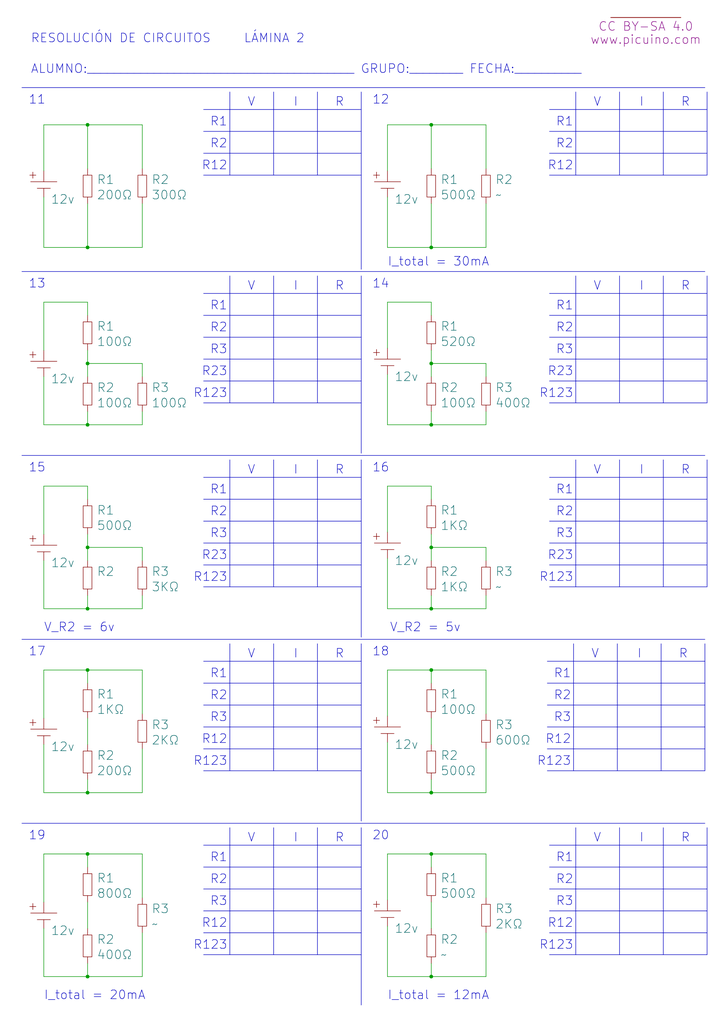
<source format=kicad_sch>
(kicad_sch (version 20230121) (generator eeschema)
  (paper "A4" portrait)
  (title_block (title "Circuitos eléctricos. Composición de resistencias en serie y paralelo") (date "8/05/2021") (company "www.picuino.com") (comment 1 "Copyright (c) 2021 by Carlos Pardo") (comment 2 "License CC BY-SA 4.0"))
  (lib_symbols
    (symbol "electric-resolver-circuitos-rescue:CopyRight-simbolos" (pin_names (offset 1.016))
      (property "License" "CC BY-SA 4.0" (at -1.27 -1.27 0))
      (property "Web" "www.picuino.com" (at 0 -1.27 0))
      (symbol "CopyRight-simbolos_0_1"
        (polyline (pts (xy -10.16 0) (xy 10.16 0)) (stroke (width 0.2032)))
      )
    )
    (symbol "electric-resolver-circuitos-rescue:Pila-simbolos" (pin_names (offset 1.016))
      (property "Reference" "V" (at 5.08 -4.445 0))
      (symbol "Pila-simbolos_0_1"
        (polyline (pts (xy -4.064 -1.27) (xy -2.286 -1.27)))
        (polyline (pts (xy -3.81 -3.175) (xy 3.81 -3.175)))
        (polyline (pts (xy -3.175 -0.381) (xy -3.175 -2.159)))
        (polyline (pts (xy -1.905 -5.08) (xy 1.905 -5.08)))
      )
      (symbol "Pila-simbolos_1_1"
        (pin input line (at 0 -7.62 90) (length 2.54) (name "") (number ""))
        (pin input line (at 0 0 270) (length 3.175) (name "") (number ""))
      )
    )
    (symbol "electric-resolver-circuitos-rescue:resistencia-simbolos" (pin_names (offset 1.016))
      (property "Reference" "R" (at 1.905 -5.08 0))
      (symbol "resistencia-simbolos_0_1"
        (rectangle (start -1.27 -1.905) (end 1.27 -8.255))
      )
      (symbol "resistencia-simbolos_1_1"
        (pin input line (at 0 -10.16 90) (length 1.905) (name "") (number ""))
        (pin input line (at 0 0 270) (length 1.905) (name "") (number ""))
      )
    )
  )
  (junction (at 25.4 176.53))
  (junction (at 125.095 176.53))
  (junction (at 125.095 71.755))
  (junction (at 25.4 71.755))
  (junction (at 25.4 105.41))
  (junction (at 125.095 105.41))
  (junction (at 125.095 247.65))
  (junction (at 25.4 283.21))
  (junction (at 125.095 194.31))
  (junction (at 25.4 229.87))
  (junction (at 25.4 194.31))
  (junction (at 125.095 123.19))
  (junction (at 125.095 158.75))
  (junction (at 25.4 36.195))
  (junction (at 125.095 283.21))
  (junction (at 25.4 158.75))
  (junction (at 25.4 247.65))
  (junction (at 125.095 229.87))
  (junction (at 25.4 123.19))
  (junction (at 125.095 36.195))
  (polyline (pts (xy 159.385 257.81) (xy 205.105 257.81)))
  (polyline (pts (xy 79.375 217.17) (xy 79.375 223.52)))
  (wire (pts (xy 125.095 283.21) (xy 140.97 283.21)))
  (wire (pts (xy 25.4 140.97) (xy 25.4 144.78)))
  (wire (pts (xy 125.095 123.19) (xy 140.97 123.19)))
  (polyline (pts (xy 205.105 133.35) (xy 205.105 157.48)))
  (wire (pts (xy 41.275 36.195) (xy 25.4 36.195)))
  (wire (pts (xy 140.97 247.65) (xy 125.095 247.65)))
  (polyline (pts (xy 59.055 217.17) (xy 104.775 217.17)))
  (wire (pts (xy 125.095 140.97) (xy 112.395 140.97)))
  (polyline (pts (xy 167.005 133.35) (xy 167.005 157.48)))
  (polyline (pts (xy 59.055 264.16) (xy 104.775 264.16)))
  (polyline (pts (xy 205.105 240.03) (xy 205.105 264.16)))
  (polyline (pts (xy 191.77 210.82) (xy 191.77 217.17)))
  (wire (pts (xy 125.095 36.195) (xy 112.395 36.195)))
  (polyline (pts (xy 166.37 210.82) (xy 166.37 217.17)))
  (wire (pts (xy 25.4 208.28) (xy 25.4 215.9)))
  (polyline (pts (xy 59.055 198.12) (xy 104.775 198.12)))
  (polyline (pts (xy 191.77 186.69) (xy 191.77 210.82)))
  (polyline (pts (xy 92.075 264.16) (xy 92.075 270.51)))
  (wire (pts (xy 12.7 269.24) (xy 12.7 283.21)))
  (polyline (pts (xy 92.075 80.01) (xy 92.075 104.14)))
  (wire (pts (xy 25.4 247.65) (xy 41.275 247.65)))
  (wire (pts (xy 25.4 87.63) (xy 12.7 87.63)))
  (wire (pts (xy 125.095 59.055) (xy 125.095 71.755)))
  (polyline (pts (xy 59.055 50.8) (xy 104.775 50.8)))
  (wire (pts (xy 12.7 162.56) (xy 12.7 176.53)))
  (wire (pts (xy 12.7 194.31) (xy 12.7 208.28)))
  (polyline (pts (xy 205.105 157.48) (xy 205.105 170.18)))
  (wire (pts (xy 112.395 194.31) (xy 112.395 207.645)))
  (polyline (pts (xy 192.405 163.83) (xy 192.405 170.18)))
  (polyline (pts (xy 159.385 270.51) (xy 205.105 270.51)))
  (polyline (pts (xy 104.775 104.14) (xy 104.775 131.445)))
  (polyline (pts (xy 158.75 198.12) (xy 204.47 198.12)))
  (polyline (pts (xy 158.75 191.77) (xy 204.47 191.77)))
  (polyline (pts (xy 159.385 104.14) (xy 205.105 104.14)))
  (polyline (pts (xy 159.385 245.11) (xy 205.105 245.11)))
  (wire (pts (xy 41.275 59.055) (xy 41.275 71.755)))
  (polyline (pts (xy 92.075 110.49) (xy 92.075 116.84)))
  (wire (pts (xy 41.275 194.31) (xy 41.275 207.01)))
  (polyline (pts (xy 167.005 26.67) (xy 167.005 50.8)))
  (polyline (pts (xy 59.055 204.47) (xy 104.775 204.47)))
  (wire (pts (xy 112.395 283.21) (xy 125.095 283.21)))
  (wire (pts (xy 25.4 194.31) (xy 25.4 198.12)))
  (polyline (pts (xy 104.775 50.8) (xy 104.775 78.105)))
  (polyline (pts (xy 158.75 210.82) (xy 204.47 210.82)))
  (polyline (pts (xy 159.385 276.86) (xy 205.105 276.86)))
  (wire (pts (xy 112.395 57.15) (xy 112.395 71.755)))
  (wire (pts (xy 140.97 217.17) (xy 140.97 229.87)))
  (wire (pts (xy 25.4 247.65) (xy 25.4 251.46)))
  (polyline (pts (xy 59.055 157.48) (xy 104.775 157.48)))
  (wire (pts (xy 25.4 59.055) (xy 25.4 71.755)))
  (wire (pts (xy 112.395 87.63) (xy 112.395 100.965)))
  (polyline (pts (xy 6.35 25.4) (xy 204.47 25.4)))
  (wire (pts (xy 112.395 71.755) (xy 125.095 71.755)))
  (wire (pts (xy 112.395 161.925) (xy 112.395 176.53)))
  (polyline (pts (xy 59.055 44.45) (xy 104.775 44.45)))
  (polyline (pts (xy 79.375 210.82) (xy 79.375 217.17)))
  (wire (pts (xy 41.275 36.195) (xy 41.275 48.895)))
  (polyline (pts (xy 79.375 26.67) (xy 79.375 50.8)))
  (polyline (pts (xy 59.055 144.78) (xy 104.775 144.78)))
  (polyline (pts (xy 66.675 104.14) (xy 66.675 110.49)))
  (polyline (pts (xy 191.77 217.17) (xy 191.77 223.52)))
  (polyline (pts (xy 179.705 133.35) (xy 179.705 157.48)))
  (wire (pts (xy 112.395 215.265) (xy 112.395 229.87)))
  (polyline (pts (xy 59.055 31.75) (xy 104.775 31.75)))
  (wire (pts (xy 12.7 176.53) (xy 25.4 176.53)))
  (polyline (pts (xy 159.385 251.46) (xy 205.105 251.46)))
  (polyline (pts (xy 192.405 26.67) (xy 192.405 50.8)))
  (polyline (pts (xy 6.35 132.08) (xy 204.47 132.08)))
  (wire (pts (xy 25.4 36.195) (xy 25.4 48.895)))
  (wire (pts (xy 41.275 247.65) (xy 41.275 260.35)))
  (polyline (pts (xy 179.705 264.16) (xy 179.705 270.51)))
  (polyline (pts (xy 59.055 276.86) (xy 104.775 276.86)))
  (polyline (pts (xy 59.055 163.83) (xy 104.775 163.83)))
  (wire (pts (xy 125.095 226.06) (xy 125.095 229.87)))
  (wire (pts (xy 25.4 172.72) (xy 25.4 176.53)))
  (wire (pts (xy 25.4 261.62) (xy 25.4 269.24)))
  (polyline (pts (xy 158.75 217.17) (xy 204.47 217.17)))
  (wire (pts (xy 41.275 119.38) (xy 41.275 123.19)))
  (polyline (pts (xy 66.675 210.82) (xy 66.675 217.17)))
  (wire (pts (xy 25.4 101.6) (xy 25.4 105.41)))
  (polyline (pts (xy 205.105 264.16) (xy 205.105 276.86)))
  (polyline (pts (xy 66.675 186.69) (xy 66.675 210.82)))
  (polyline (pts (xy 179.705 240.03) (xy 179.705 264.16)))
  (polyline (pts (xy 167.005 270.51) (xy 167.005 276.86)))
  (polyline (pts (xy 59.055 104.14) (xy 104.775 104.14)))
  (wire (pts (xy 112.395 247.65) (xy 112.395 260.985)))
  (wire (pts (xy 140.97 194.31) (xy 140.97 207.01)))
  (wire (pts (xy 125.095 154.94) (xy 125.095 158.75)))
  (polyline (pts (xy 159.385 264.16) (xy 205.105 264.16)))
  (polyline (pts (xy 159.385 170.18) (xy 205.105 170.18)))
  (wire (pts (xy 125.095 229.87) (xy 140.97 229.87)))
  (polyline (pts (xy 59.055 91.44) (xy 104.775 91.44)))
  (wire (pts (xy 41.275 217.17) (xy 41.275 229.87)))
  (wire (pts (xy 112.395 108.585) (xy 112.395 123.19)))
  (wire (pts (xy 25.4 154.94) (xy 25.4 158.75)))
  (polyline (pts (xy 159.385 97.79) (xy 205.105 97.79)))
  (polyline (pts (xy 179.705 80.01) (xy 179.705 104.14)))
  (wire (pts (xy 112.395 123.19) (xy 125.095 123.19)))
  (wire (pts (xy 140.97 158.75) (xy 140.97 162.56)))
  (wire (pts (xy 25.4 123.19) (xy 41.275 123.19)))
  (wire (pts (xy 12.7 194.31) (xy 25.4 194.31)))
  (polyline (pts (xy 167.005 104.14) (xy 167.005 110.49)))
  (wire (pts (xy 12.7 229.87) (xy 25.4 229.87)))
  (wire (pts (xy 125.095 36.195) (xy 125.095 48.895)))
  (polyline (pts (xy 59.055 110.49) (xy 104.775 110.49)))
  (polyline (pts (xy 6.35 238.76) (xy 204.47 238.76)))
  (wire (pts (xy 12.7 109.22) (xy 12.7 123.19)))
  (polyline (pts (xy 159.385 151.13) (xy 205.105 151.13)))
  (polyline (pts (xy 59.055 38.1) (xy 104.775 38.1)))
  (polyline (pts (xy 92.075 210.82) (xy 92.075 217.17)))
  (polyline (pts (xy 79.375 186.69) (xy 79.375 210.82)))
  (wire (pts (xy 41.275 270.51) (xy 41.275 283.21)))
  (wire (pts (xy 140.97 36.195) (xy 125.095 36.195)))
  (polyline (pts (xy 66.675 133.35) (xy 66.675 157.48)))
  (polyline (pts (xy 179.07 217.17) (xy 179.07 223.52)))
  (wire (pts (xy 41.275 71.755) (xy 25.4 71.755)))
  (polyline (pts (xy 167.005 163.83) (xy 167.005 170.18)))
  (wire (pts (xy 12.7 283.21) (xy 25.4 283.21)))
  (wire (pts (xy 25.4 119.38) (xy 25.4 123.19)))
  (polyline (pts (xy 159.385 138.43) (xy 205.105 138.43)))
  (wire (pts (xy 12.7 87.63) (xy 12.7 101.6)))
  (wire (pts (xy 41.275 105.41) (xy 41.275 109.22)))
  (polyline (pts (xy 79.375 110.49) (xy 79.375 116.84)))
  (polyline (pts (xy 79.375 133.35) (xy 79.375 157.48)))
  (polyline (pts (xy 59.055 191.77) (xy 104.775 191.77)))
  (polyline (pts (xy 192.405 270.51) (xy 192.405 276.86)))
  (polyline (pts (xy 59.055 257.81) (xy 104.775 257.81)))
  (wire (pts (xy 125.095 119.38) (xy 125.095 123.19)))
  (polyline (pts (xy 59.055 270.51) (xy 104.775 270.51)))
  (wire (pts (xy 112.395 176.53) (xy 125.095 176.53)))
  (polyline (pts (xy 59.055 170.18) (xy 104.775 170.18)))
  (polyline (pts (xy 104.775 80.01) (xy 104.775 104.14)))
  (polyline (pts (xy 192.405 133.35) (xy 192.405 157.48)))
  (polyline (pts (xy 179.705 270.51) (xy 179.705 276.86)))
  (polyline (pts (xy 92.075 270.51) (xy 92.075 276.86)))
  (polyline (pts (xy 159.385 85.09) (xy 205.105 85.09)))
  (polyline (pts (xy 192.405 110.49) (xy 192.405 116.84)))
  (wire (pts (xy 140.97 105.41) (xy 140.97 109.22)))
  (polyline (pts (xy 192.405 157.48) (xy 192.405 163.83)))
  (polyline (pts (xy 66.675 217.17) (xy 66.675 223.52)))
  (wire (pts (xy 125.095 162.56) (xy 125.095 158.75)))
  (wire (pts (xy 12.7 247.65) (xy 25.4 247.65)))
  (polyline (pts (xy 167.005 80.01) (xy 167.005 104.14)))
  (polyline (pts (xy 204.47 210.82) (xy 204.47 223.52)))
  (polyline (pts (xy 104.775 157.48) (xy 104.775 184.785)))
  (polyline (pts (xy 66.675 270.51) (xy 66.675 276.86)))
  (polyline (pts (xy 59.055 210.82) (xy 104.775 210.82)))
  (polyline (pts (xy 159.385 144.78) (xy 205.105 144.78)))
  (wire (pts (xy 140.97 36.195) (xy 140.97 48.895)))
  (wire (pts (xy 25.4 140.97) (xy 12.7 140.97)))
  (wire (pts (xy 12.7 57.15) (xy 12.7 71.755)))
  (polyline (pts (xy 179.07 186.69) (xy 179.07 210.82)))
  (wire (pts (xy 140.97 270.51) (xy 140.97 283.21)))
  (polyline (pts (xy 59.055 85.09) (xy 104.775 85.09)))
  (polyline (pts (xy 66.675 264.16) (xy 66.675 270.51)))
  (polyline (pts (xy 179.705 163.83) (xy 179.705 170.18)))
  (wire (pts (xy 12.7 247.65) (xy 12.7 261.62)))
  (wire (pts (xy 41.275 172.72) (xy 41.275 176.53)))
  (wire (pts (xy 25.4 36.195) (xy 12.7 36.195)))
  (polyline (pts (xy 104.775 133.35) (xy 104.775 157.48)))
  (polyline (pts (xy 66.675 80.01) (xy 66.675 104.14)))
  (polyline (pts (xy 192.405 104.14) (xy 192.405 110.49)))
  (wire (pts (xy 140.97 71.755) (xy 125.095 71.755)))
  (polyline (pts (xy 59.055 116.84) (xy 104.775 116.84)))
  (wire (pts (xy 125.095 247.65) (xy 112.395 247.65)))
  (wire (pts (xy 25.4 279.4) (xy 25.4 283.21)))
  (polyline (pts (xy 59.055 151.13) (xy 104.775 151.13)))
  (polyline (pts (xy 59.055 223.52) (xy 104.775 223.52)))
  (wire (pts (xy 125.095 105.41) (xy 140.97 105.41)))
  (wire (pts (xy 125.095 194.31) (xy 125.095 198.12)))
  (polyline (pts (xy 159.385 157.48) (xy 205.105 157.48)))
  (wire (pts (xy 140.97 59.055) (xy 140.97 71.755)))
  (wire (pts (xy 125.095 101.6) (xy 125.095 105.41)))
  (polyline (pts (xy 104.775 264.16) (xy 104.775 291.465)))
  (wire (pts (xy 12.7 123.19) (xy 25.4 123.19)))
  (polyline (pts (xy 159.385 91.44) (xy 205.105 91.44)))
  (wire (pts (xy 125.095 87.63) (xy 125.095 91.44)))
  (wire (pts (xy 25.4 105.41) (xy 41.275 105.41)))
  (polyline (pts (xy 166.37 186.69) (xy 166.37 210.82)))
  (polyline (pts (xy 92.075 240.03) (xy 92.075 264.16)))
  (polyline (pts (xy 66.675 26.67) (xy 66.675 50.8)))
  (wire (pts (xy 112.395 268.605) (xy 112.395 283.21)))
  (wire (pts (xy 125.095 176.53) (xy 140.97 176.53)))
  (polyline (pts (xy 79.375 264.16) (xy 79.375 270.51)))
  (polyline (pts (xy 6.35 185.42) (xy 204.47 185.42)))
  (polyline (pts (xy 179.07 210.82) (xy 179.07 217.17)))
  (wire (pts (xy 125.095 261.62) (xy 125.095 269.24)))
  (wire (pts (xy 12.7 71.755) (xy 25.4 71.755)))
  (wire (pts (xy 112.395 229.87) (xy 125.095 229.87)))
  (wire (pts (xy 125.095 87.63) (xy 112.395 87.63)))
  (wire (pts (xy 125.095 158.75) (xy 140.97 158.75)))
  (polyline (pts (xy 159.385 44.45) (xy 205.105 44.45)))
  (wire (pts (xy 140.97 194.31) (xy 125.095 194.31)))
  (polyline (pts (xy 66.675 163.83) (xy 66.675 170.18)))
  (polyline (pts (xy 79.375 104.14) (xy 79.375 110.49)))
  (wire (pts (xy 25.4 109.22) (xy 25.4 105.41)))
  (wire (pts (xy 25.4 176.53) (xy 41.275 176.53)))
  (wire (pts (xy 25.4 226.06) (xy 25.4 229.87)))
  (wire (pts (xy 125.095 140.97) (xy 125.095 144.78)))
  (polyline (pts (xy 92.075 104.14) (xy 92.075 110.49)))
  (polyline (pts (xy 167.005 240.03) (xy 167.005 264.16)))
  (polyline (pts (xy 167.005 264.16) (xy 167.005 270.51)))
  (polyline (pts (xy 66.675 157.48) (xy 66.675 163.83)))
  (polyline (pts (xy 92.075 133.35) (xy 92.075 157.48)))
  (polyline (pts (xy 92.075 26.67) (xy 92.075 50.8)))
  (polyline (pts (xy 205.105 26.67) (xy 205.105 50.8)))
  (polyline (pts (xy 159.385 31.75) (xy 205.105 31.75)))
  (polyline (pts (xy 192.405 264.16) (xy 192.405 270.51)))
  (polyline (pts (xy 92.075 157.48) (xy 92.075 163.83)))
  (polyline (pts (xy 158.75 223.52) (xy 204.47 223.52)))
  (polyline (pts (xy 179.705 26.67) (xy 179.705 50.8)))
  (wire (pts (xy 25.4 158.75) (xy 41.275 158.75)))
  (wire (pts (xy 25.4 162.56) (xy 25.4 158.75)))
  (polyline (pts (xy 79.375 270.51) (xy 79.375 276.86)))
  (polyline (pts (xy 159.385 110.49) (xy 205.105 110.49)))
  (wire (pts (xy 112.395 36.195) (xy 112.395 49.53)))
  (wire (pts (xy 140.97 119.38) (xy 140.97 123.19)))
  (polyline (pts (xy 204.47 186.69) (xy 204.47 210.82)))
  (polyline (pts (xy 59.055 245.11) (xy 104.775 245.11)))
  (wire (pts (xy 12.7 140.97) (xy 12.7 154.94)))
  (wire (pts (xy 140.97 172.72) (xy 140.97 176.53)))
  (wire (pts (xy 12.7 36.195) (xy 12.7 49.53)))
  (polyline (pts (xy 159.385 163.83) (xy 205.105 163.83)))
  (polyline (pts (xy 59.055 97.79) (xy 104.775 97.79)))
  (polyline (pts (xy 92.075 217.17) (xy 92.075 223.52)))
  (polyline (pts (xy 192.405 240.03) (xy 192.405 264.16)))
  (wire (pts (xy 125.095 208.28) (xy 125.095 215.9)))
  (wire (pts (xy 125.095 109.22) (xy 125.095 105.41)))
  (polyline (pts (xy 92.075 163.83) (xy 92.075 170.18)))
  (polyline (pts (xy 167.005 110.49) (xy 167.005 116.84)))
  (polyline (pts (xy 92.075 186.69) (xy 92.075 210.82)))
  (polyline (pts (xy 66.675 110.49) (xy 66.675 116.84)))
  (polyline (pts (xy 79.375 80.01) (xy 79.375 104.14)))
  (wire (pts (xy 125.095 247.65) (xy 125.095 251.46)))
  (polyline (pts (xy 104.775 240.03) (xy 104.775 264.16)))
  (polyline (pts (xy 179.705 104.14) (xy 179.705 110.49)))
  (wire (pts (xy 125.095 172.72) (xy 125.095 176.53)))
  (wire (pts (xy 25.4 283.21) (xy 41.275 283.21)))
  (wire (pts (xy 125.095 194.31) (xy 112.395 194.31)))
  (wire (pts (xy 125.095 279.4) (xy 125.095 283.21)))
  (polyline (pts (xy 167.005 157.48) (xy 167.005 163.83)))
  (polyline (pts (xy 166.37 217.17) (xy 166.37 223.52)))
  (polyline (pts (xy 79.375 163.83) (xy 79.375 170.18)))
  (polyline (pts (xy 159.385 38.1) (xy 205.105 38.1)))
  (polyline (pts (xy 179.705 157.48) (xy 179.705 163.83)))
  (wire (pts (xy 25.4 194.31) (xy 41.275 194.31)))
  (wire (pts (xy 140.97 247.65) (xy 140.97 260.35)))
  (polyline (pts (xy 6.35 78.74) (xy 204.47 78.74)))
  (polyline (pts (xy 66.675 240.03) (xy 66.675 264.16)))
  (polyline (pts (xy 104.775 26.67) (xy 104.775 50.8)))
  (polyline (pts (xy 179.705 110.49) (xy 179.705 116.84)))
  (polyline (pts (xy 205.105 80.01) (xy 205.105 104.14)))
  (polyline (pts (xy 79.375 240.03) (xy 79.375 264.16)))
  (wire (pts (xy 112.395 140.97) (xy 112.395 154.305)))
  (wire (pts (xy 12.7 215.9) (xy 12.7 229.87)))
  (polyline (pts (xy 79.375 157.48) (xy 79.375 163.83)))
  (polyline (pts (xy 158.75 204.47) (xy 204.47 204.47)))
  (wire (pts (xy 25.4 229.87) (xy 41.275 229.87)))
  (polyline (pts (xy 59.055 138.43) (xy 104.775 138.43)))
  (polyline (pts (xy 205.105 104.14) (xy 205.105 116.84)))
  (wire (pts (xy 41.275 158.75) (xy 41.275 162.56)))
  (polyline (pts (xy 159.385 116.84) (xy 205.105 116.84)))
  (polyline (pts (xy 104.775 210.82) (xy 104.775 238.125)))
  (wire (pts (xy 25.4 87.63) (xy 25.4 91.44)))
  (polyline (pts (xy 104.775 186.69) (xy 104.775 210.82)))
  (polyline (pts (xy 59.055 251.46) (xy 104.775 251.46)))
  (polyline (pts (xy 159.385 50.8) (xy 205.105 50.8)))
  (polyline (pts (xy 192.405 80.01) (xy 192.405 104.14)))
  (text "R1" (at 166.37 90.17 0) (effects (font (size 2.54 2.54)) (justify right bottom)))
  (text "R3" (at 66.04 209.55 0) (effects (font (size 2.54 2.54)) (justify right bottom)))
  (text "R12" (at 165.735 215.9 0) (effects (font (size 2.54 2.54)) (justify right bottom)))
  (text "R3" (at 66.04 102.87 0) (effects (font (size 2.54 2.54)) (justify right bottom)))
  (text "R2" (at 166.37 149.86 0) (effects (font (size 2.54 2.54)) (justify right bottom)))
  (text "RESOLUCIÓN DE CIRCUITOS     LÁMINA 2" (at 8.89 12.7 0) (effects (font (size 2.54 2.54)) (justify left bottom)))
  (text "I" (at 85.09 84.455 0) (effects (font (size 2.54 2.54)) (justify left bottom)))
  (text "11" (at 8.255 30.48 0) (effects (font (size 2.54 2.54)) (justify left bottom)))
  (text "R12" (at 166.37 269.24 0) (effects (font (size 2.54 2.54)) (justify right bottom)))
  (text "V_R2 = 6v" (at 12.7 183.515 0) (effects (font (size 2.54 2.54)) (justify left bottom)))
  (text "V" (at 71.755 31.115 0) (effects (font (size 2.54 2.54)) (justify left bottom)))
  (text "R" (at 197.485 31.115 0) (effects (font (size 2.54 2.54)) (justify left bottom)))
  (text "R" (at 97.155 191.135 0) (effects (font (size 2.54 2.54)) (justify left bottom)))
  (text "R12" (at 166.37 49.53 0) (effects (font (size 2.54 2.54)) (justify right bottom)))
  (text "I" (at 184.785 191.135 0) (effects (font (size 2.54 2.54)) (justify left bottom)))
  (text "R3" (at 66.04 262.89 0) (effects (font (size 2.54 2.54)) (justify right bottom)))
  (text "R" (at 197.485 244.475 0) (effects (font (size 2.54 2.54)) (justify left bottom)))
  (text "R3" (at 166.37 262.89 0) (effects (font (size 2.54 2.54)) (justify right bottom)))
  (text "R1" (at 66.04 196.85 0) (effects (font (size 2.54 2.54)) (justify right bottom)))
  (text "18" (at 107.95 190.5 0) (effects (font (size 2.54 2.54)) (justify left bottom)))
  (text "V" (at 171.45 191.135 0) (effects (font (size 2.54 2.54)) (justify left bottom)))
  (text "R1" (at 166.37 36.83 0) (effects (font (size 2.54 2.54)) (justify right bottom)))
  (text "R23" (at 166.37 109.22 0) (effects (font (size 2.54 2.54)) (justify right bottom)))
  (text "R123" (at 166.37 275.59 0) (effects (font (size 2.54 2.54)) (justify right bottom)))
  (text "R3" (at 166.37 102.87 0) (effects (font (size 2.54 2.54)) (justify right bottom)))
  (text "R2" (at 166.37 96.52 0) (effects (font (size 2.54 2.54)) (justify right bottom)))
  (text "R" (at 196.85 191.135 0) (effects (font (size 2.54 2.54)) (justify left bottom)))
  (text "I_total = 20mA" (at 12.7 290.195 0) (effects (font (size 2.54 2.54)) (justify left bottom)))
  (text "17" (at 8.255 190.5 0) (effects (font (size 2.54 2.54)) (justify left bottom)))
  (text "R123" (at 66.04 275.59 0) (effects (font (size 2.54 2.54)) (justify right bottom)))
  (text "V" (at 71.755 137.795 0) (effects (font (size 2.54 2.54)) (justify left bottom)))
  (text "R" (at 197.485 137.795 0) (effects (font (size 2.54 2.54)) (justify left bottom)))
  (text "R" (at 97.155 137.795 0) (effects (font (size 2.54 2.54)) (justify left bottom)))
  (text "R2" (at 166.37 256.54 0) (effects (font (size 2.54 2.54)) (justify right bottom)))
  (text "16" (at 107.95 137.16 0) (effects (font (size 2.54 2.54)) (justify left bottom)))
  (text "V" (at 172.085 244.475 0) (effects (font (size 2.54 2.54)) (justify left bottom)))
  (text "R3" (at 165.735 209.55 0) (effects (font (size 2.54 2.54)) (justify right bottom)))
  (text "R2" (at 166.37 43.18 0) (effects (font (size 2.54 2.54)) (justify right bottom)))
  (text "R1" (at 166.37 143.51 0) (effects (font (size 2.54 2.54)) (justify right bottom)))
  (text "V_R2 = 5v" (at 113.03 183.515 0) (effects (font (size 2.54 2.54)) (justify left bottom)))
  (text "I" (at 185.42 244.475 0) (effects (font (size 2.54 2.54)) (justify left bottom)))
  (text "R3" (at 66.04 156.21 0) (effects (font (size 2.54 2.54)) (justify right bottom)))
  (text "I" (at 185.42 31.115 0) (effects (font (size 2.54 2.54)) (justify left bottom)))
  (text "R1" (at 66.04 250.19 0) (effects (font (size 2.54 2.54)) (justify right bottom)))
  (text "I" (at 85.09 31.115 0) (effects (font (size 2.54 2.54)) (justify left bottom)))
  (text "I" (at 185.42 84.455 0) (effects (font (size 2.54 2.54)) (justify left bottom)))
  (text "19" (at 8.255 243.84 0) (effects (font (size 2.54 2.54)) (justify left bottom)))
  (text "R123" (at 166.37 168.91 0) (effects (font (size 2.54 2.54)) (justify right bottom)))
  (text "R" (at 97.155 31.115 0) (effects (font (size 2.54 2.54)) (justify left bottom)))
  (text "I" (at 85.09 137.795 0) (effects (font (size 2.54 2.54)) (justify left bottom)))
  (text "I" (at 85.09 191.135 0) (effects (font (size 2.54 2.54)) (justify left bottom)))
  (text "R" (at 97.155 84.455 0) (effects (font (size 2.54 2.54)) (justify left bottom)))
  (text "R23" (at 66.04 109.22 0) (effects (font (size 2.54 2.54)) (justify right bottom)))
  (text "R2" (at 66.04 43.18 0) (effects (font (size 2.54 2.54)) (justify right bottom)))
  (text "I" (at 185.42 137.795 0) (effects (font (size 2.54 2.54)) (justify left bottom)))
  (text "V" (at 172.085 31.115 0) (effects (font (size 2.54 2.54)) (justify left bottom)))
  (text "R2" (at 66.04 256.54 0) (effects (font (size 2.54 2.54)) (justify right bottom)))
  (text "V" (at 71.755 244.475 0) (effects (font (size 2.54 2.54)) (justify left bottom)))
  (text "R2" (at 66.04 149.86 0) (effects (font (size 2.54 2.54)) (justify right bottom)))
  (text "R1" (at 66.04 143.51 0) (effects (font (size 2.54 2.54)) (justify right bottom)))
  (text "R23" (at 166.37 162.56 0) (effects (font (size 2.54 2.54)) (justify right bottom)))
  (text "12" (at 107.95 30.48 0) (effects (font (size 2.54 2.54)) (justify left bottom)))
  (text "R" (at 97.155 244.475 0) (effects (font (size 2.54 2.54)) (justify left bottom)))
  (text "14" (at 107.95 83.82 0) (effects (font (size 2.54 2.54)) (justify left bottom)))
  (text "V" (at 172.085 137.795 0) (effects (font (size 2.54 2.54)) (justify left bottom)))
  (text "R12" (at 66.04 215.9 0) (effects (font (size 2.54 2.54)) (justify right bottom)))
  (text "I" (at 85.09 244.475 0) (effects (font (size 2.54 2.54)) (justify left bottom)))
  (text "I_total = 12mA" (at 112.395 290.195 0) (effects (font (size 2.54 2.54)) (justify left bottom)))
  (text "R123" (at 66.04 168.91 0) (effects (font (size 2.54 2.54)) (justify right bottom)))
  (text "R3" (at 166.37 156.21 0) (effects (font (size 2.54 2.54)) (justify right bottom)))
  (text "R2" (at 66.04 203.2 0) (effects (font (size 2.54 2.54)) (justify right bottom)))
  (text "R123" (at 66.04 115.57 0) (effects (font (size 2.54 2.54)) (justify right bottom)))
  (text "R123" (at 166.37 115.57 0) (effects (font (size 2.54 2.54)) (justify right bottom)))
  (text "R2" (at 165.735 203.2 0) (effects (font (size 2.54 2.54)) (justify right bottom)))
  (text "ALUMNO:________________________________________ GRUPO:________ FECHA:__________" (at 8.89 21.59 0) (effects (font (size 2.54 2.54)) (justify left bottom)))
  (text "V" (at 172.085 84.455 0) (effects (font (size 2.54 2.54)) (justify left bottom)))
  (text "R1" (at 166.37 250.19 0) (effects (font (size 2.54 2.54)) (justify right bottom)))
  (text "R123" (at 66.04 222.25 0) (effects (font (size 2.54 2.54)) (justify right bottom)))
  (text "V" (at 71.755 191.135 0) (effects (font (size 2.54 2.54)) (justify left bottom)))
  (text "R123" (at 165.735 222.25 0) (effects (font (size 2.54 2.54)) (justify right bottom)))
  (text "R2" (at 66.04 96.52 0) (effects (font (size 2.54 2.54)) (justify right bottom)))
  (text "R12" (at 66.04 49.53 0) (effects (font (size 2.54 2.54)) (justify right bottom)))
  (text "13" (at 8.255 83.82 0) (effects (font (size 2.54 2.54)) (justify left bottom)))
  (text "R12" (at 66.04 269.24 0) (effects (font (size 2.54 2.54)) (justify right bottom)))
  (text "20" (at 107.95 243.84 0) (effects (font (size 2.54 2.54)) (justify left bottom)))
  (text "R1" (at 165.735 196.85 0) (effects (font (size 2.54 2.54)) (justify right bottom)))
  (text "R23" (at 66.04 162.56 0) (effects (font (size 2.54 2.54)) (justify right bottom)))
  (text "15" (at 8.255 137.16 0) (effects (font (size 2.54 2.54)) (justify left bottom)))
  (text "V" (at 71.755 84.455 0) (effects (font (size 2.54 2.54)) (justify left bottom)))
  (text "R" (at 197.485 84.455 0) (effects (font (size 2.54 2.54)) (justify left bottom)))
  (text "R1" (at 66.04 90.17 0) (effects (font (size 2.54 2.54)) (justify right bottom)))
  (text "I_total = 30mA" (at 112.395 77.47 0) (effects (font (size 2.54 2.54)) (justify left bottom)))
  (text "R1" (at 66.04 36.83 0) (effects (font (size 2.54 2.54)) (justify right bottom)))
  (symbol (lib_id "electric-resolver-circuitos-rescue:Pila-simbolos") (at 112.395 49.53 0) (unit 1)
    (property "Reference" "V?" (effects hide))
    (property "Value" "12v" (at 114.3 57.785 0) (effects (font (size 2.54 2.54)) (justify left)))
  )
  (symbol (lib_id "electric-resolver-circuitos-rescue:resistencia-simbolos") (at 25.4 251.46 0) (unit 1)
    (property "Reference" "R1" (at 27.94 254.635 0) (effects (font (size 2.54 2.54)) (justify left)))
    (property "Value" "800Ω" (at 27.94 259.08 0) (effects (font (size 2.54 2.54)) (justify left)))
  )
  (symbol (lib_id "electric-resolver-circuitos-rescue:resistencia-simbolos") (at 140.97 260.35 0) (unit 1)
    (property "Reference" "R3" (at 143.51 263.525 0) (effects (font (size 2.54 2.54)) (justify left)))
    (property "Value" "2KΩ" (at 143.51 267.97 0) (effects (font (size 2.54 2.54)) (justify left)))
  )
  (symbol (lib_id "electric-resolver-circuitos-rescue:Pila-simbolos") (at 112.395 154.305 0) (unit 1)
    (property "Reference" "V10" (effects hide))
    (property "Value" "12v" (at 114.3 162.56 0) (effects (font (size 2.54 2.54)) (justify left)))
    (instances (project "electric-resolver-circuitos" (path "" (reference "V10") (unit 1)) (path "" (reference "V?") (unit 1))))
  )
  (symbol (lib_id "electric-resolver-circuitos-rescue:resistencia-simbolos") (at 25.4 198.12 0) (unit 1)
    (property "Reference" "R1" (at 27.94 201.295 0) (effects (font (size 2.54 2.54)) (justify left)))
    (property "Value" "1KΩ" (at 27.94 205.74 0) (effects (font (size 2.54 2.54)) (justify left)))
  )
  (symbol (lib_id "electric-resolver-circuitos-rescue:resistencia-simbolos") (at 125.095 215.9 0) (unit 1)
    (property "Reference" "R2" (at 127.635 219.075 0) (effects (font (size 2.54 2.54)) (justify left)))
    (property "Value" "500Ω" (at 127.635 223.52 0) (effects (font (size 2.54 2.54)) (justify left)))
  )
  (symbol (lib_id "electric-resolver-circuitos-rescue:Pila-simbolos") (at 112.395 207.645 0) (unit 1)
    (property "Reference" "V10" (effects hide))
    (property "Value" "12v" (at 114.3 215.9 0) (effects (font (size 2.54 2.54)) (justify left)))
    (instances (project "electric-resolver-circuitos" (path "" (reference "V10") (unit 1)) (path "" (reference "V?") (unit 1))))
  )
  (symbol (lib_id "electric-resolver-circuitos-rescue:resistencia-simbolos") (at 125.095 48.895 0) (unit 1)
    (property "Reference" "R1" (at 127.635 52.07 0) (effects (font (size 2.54 2.54)) (justify left)))
    (property "Value" "500Ω" (at 127.635 56.515 0) (effects (font (size 2.54 2.54)) (justify left)))
  )
  (symbol (lib_id "electric-resolver-circuitos-rescue:resistencia-simbolos") (at 125.095 251.46 0) (unit 1)
    (property "Reference" "R1" (at 127.635 254.635 0) (effects (font (size 2.54 2.54)) (justify left)))
    (property "Value" "500Ω" (at 127.635 259.08 0) (effects (font (size 2.54 2.54)) (justify left)))
  )
  (symbol (lib_id "electric-resolver-circuitos-rescue:Pila-simbolos") (at 112.395 100.965 0) (unit 1)
    (property "Reference" "V10" (effects hide))
    (property "Value" "12v" (at 114.3 109.22 0) (effects (font (size 2.54 2.54)) (justify left)))
    (instances (project "electric-resolver-circuitos" (path "" (reference "V10") (unit 1)) (path "" (reference "V?") (unit 1))))
  )
  (symbol (lib_id "electric-resolver-circuitos-rescue:Pila-simbolos") (at 12.7 208.28 0) (unit 1)
    (property "Reference" "V9" (effects hide))
    (property "Value" "12v" (at 14.605 216.535 0) (effects (font (size 2.54 2.54)) (justify left)))
    (instances (project "electric-resolver-circuitos" (path "" (reference "V9") (unit 1)) (path "" (reference "V?") (unit 1))))
  )
  (symbol (lib_id "electric-resolver-circuitos-rescue:resistencia-simbolos") (at 25.4 269.24 0) (unit 1)
    (property "Reference" "R2" (at 27.94 272.415 0) (effects (font (size 2.54 2.54)) (justify left)))
    (property "Value" "400Ω" (at 27.94 276.86 0) (effects (font (size 2.54 2.54)) (justify left)))
  )
  (symbol (lib_id "electric-resolver-circuitos-rescue:resistencia-simbolos") (at 140.97 162.56 0) (unit 1)
    (property "Reference" "R3" (at 143.51 165.735 0) (effects (font (size 2.54 2.54)) (justify left)))
    (property "Value" "~" (at 143.51 170.18 0) (effects (font (size 2.54 2.54)) (justify left)))
  )
  (symbol (lib_id "electric-resolver-circuitos-rescue:Pila-simbolos") (at 12.7 261.62 0) (unit 1)
    (property "Reference" "V9" (effects hide))
    (property "Value" "12v" (at 14.605 269.875 0) (effects (font (size 2.54 2.54)) (justify left)))
    (instances (project "electric-resolver-circuitos" (path "" (reference "V9") (unit 1)) (path "" (reference "V?") (unit 1))))
  )
  (symbol (lib_id "electric-resolver-circuitos-rescue:resistencia-simbolos") (at 25.4 215.9 0) (unit 1)
    (property "Reference" "R2" (at 27.94 219.075 0) (effects (font (size 2.54 2.54)) (justify left)))
    (property "Value" "200Ω" (at 27.94 223.52 0) (effects (font (size 2.54 2.54)) (justify left)))
  )
  (symbol (lib_id "electric-resolver-circuitos-rescue:resistencia-simbolos") (at 125.095 198.12 0) (unit 1)
    (property "Reference" "R1" (at 127.635 201.295 0) (effects (font (size 2.54 2.54)) (justify left)))
    (property "Value" "100Ω" (at 127.635 205.74 0) (effects (font (size 2.54 2.54)) (justify left)))
  )
  (symbol (lib_id "electric-resolver-circuitos-rescue:CopyRight-simbolos") (at 187.325 5.08 0) (unit 1)
    (property "Reference" "CP?" (effects hide))
    (property "Value" "CopyRight" (effects hide))
    (property "License" "CC BY-SA 4.0" (at 187.325 7.62 0) (effects (font (size 2.54 2.54))))
    (property "Web" "www.picuino.com" (at 187.325 11.43 0) (effects (font (size 2.54 2.54))))
    (instances (project "electric-resolver-circuitos" (path "" (reference "CP?") (unit 1)) (path "" (reference "CP1") (unit 1))))
  )
  (symbol (lib_id "electric-resolver-circuitos-rescue:resistencia-simbolos") (at 125.095 109.22 0) (unit 1)
    (property "Reference" "R2" (at 127.635 112.395 0) (effects (font (size 2.54 2.54)) (justify left)))
    (property "Value" "100Ω" (at 127.635 116.84 0) (effects (font (size 2.54 2.54)) (justify left)))
  )
  (symbol (lib_id "electric-resolver-circuitos-rescue:resistencia-simbolos") (at 125.095 269.24 0) (unit 1)
    (property "Reference" "R2" (at 127.635 272.415 0) (effects (font (size 2.54 2.54)) (justify left)))
    (property "Value" "~" (at 127.635 276.86 0) (effects (font (size 2.54 2.54)) (justify left)))
  )
  (symbol (lib_id "electric-resolver-circuitos-rescue:resistencia-simbolos") (at 41.275 162.56 0) (unit 1)
    (property "Reference" "R3" (at 43.815 165.735 0) (effects (font (size 2.54 2.54)) (justify left)))
    (property "Value" "3KΩ" (at 43.815 170.18 0) (effects (font (size 2.54 2.54)) (justify left)))
  )
  (symbol (lib_id "electric-resolver-circuitos-rescue:resistencia-simbolos") (at 41.275 48.895 0) (unit 1)
    (property "Reference" "R2" (at 43.815 52.07 0) (effects (font (size 2.54 2.54)) (justify left)))
    (property "Value" "300Ω" (at 43.815 56.515 0) (effects (font (size 2.54 2.54)) (justify left)))
  )
  (symbol (lib_id "electric-resolver-circuitos-rescue:resistencia-simbolos") (at 41.275 109.22 0) (unit 1)
    (property "Reference" "R3" (at 43.815 112.395 0) (effects (font (size 2.54 2.54)) (justify left)))
    (property "Value" "100Ω" (at 43.815 116.84 0) (effects (font (size 2.54 2.54)) (justify left)))
  )
  (symbol (lib_id "electric-resolver-circuitos-rescue:resistencia-simbolos") (at 125.095 144.78 0) (unit 1)
    (property "Reference" "R1" (at 127.635 147.955 0) (effects (font (size 2.54 2.54)) (justify left)))
    (property "Value" "1KΩ" (at 127.635 152.4 0) (effects (font (size 2.54 2.54)) (justify left)))
  )
  (symbol (lib_id "electric-resolver-circuitos-rescue:resistencia-simbolos") (at 25.4 91.44 0) (unit 1)
    (property "Reference" "R1" (at 27.94 94.615 0) (effects (font (size 2.54 2.54)) (justify left)))
    (property "Value" "100Ω" (at 27.94 99.06 0) (effects (font (size 2.54 2.54)) (justify left)))
  )
  (symbol (lib_id "electric-resolver-circuitos-rescue:resistencia-simbolos") (at 25.4 144.78 0) (unit 1)
    (property "Reference" "R1" (at 27.94 147.955 0) (effects (font (size 2.54 2.54)) (justify left)))
    (property "Value" "500Ω" (at 27.94 152.4 0) (effects (font (size 2.54 2.54)) (justify left)))
  )
  (symbol (lib_id "electric-resolver-circuitos-rescue:Pila-simbolos") (at 12.7 101.6 0) (unit 1)
    (property "Reference" "V9" (effects hide))
    (property "Value" "12v" (at 14.605 109.855 0) (effects (font (size 2.54 2.54)) (justify left)))
    (instances (project "electric-resolver-circuitos" (path "" (reference "V9") (unit 1)) (path "" (reference "V?") (unit 1))))
  )
  (symbol (lib_id "electric-resolver-circuitos-rescue:resistencia-simbolos") (at 125.095 91.44 0) (unit 1)
    (property "Reference" "R1" (at 127.635 94.615 0) (effects (font (size 2.54 2.54)) (justify left)))
    (property "Value" "520Ω" (at 127.635 99.06 0) (effects (font (size 2.54 2.54)) (justify left)))
  )
  (symbol (lib_id "electric-resolver-circuitos-rescue:Pila-simbolos") (at 12.7 49.53 0) (unit 1)
    (property "Reference" "V?" (effects hide))
    (property "Value" "12v" (at 14.605 57.785 0) (effects (font (size 2.54 2.54)) (justify left)))
  )
  (symbol (lib_id "electric-resolver-circuitos-rescue:Pila-simbolos") (at 112.395 260.985 0) (unit 1)
    (property "Reference" "V10" (effects hide))
    (property "Value" "12v" (at 114.3 269.24 0) (effects (font (size 2.54 2.54)) (justify left)))
    (instances (project "electric-resolver-circuitos" (path "" (reference "V10") (unit 1)) (path "" (reference "V?") (unit 1))))
  )
  (symbol (lib_id "electric-resolver-circuitos-rescue:resistencia-simbolos") (at 41.275 207.01 0) (unit 1)
    (property "Reference" "R3" (at 43.815 210.185 0) (effects (font (size 2.54 2.54)) (justify left)))
    (property "Value" "2KΩ" (at 43.815 214.63 0) (effects (font (size 2.54 2.54)) (justify left)))
  )
  (symbol (lib_id "electric-resolver-circuitos-rescue:resistencia-simbolos") (at 25.4 48.895 0) (unit 1)
    (property "Reference" "R1" (at 27.94 52.07 0) (effects (font (size 2.54 2.54)) (justify left)))
    (property "Value" "200Ω" (at 27.94 56.515 0) (effects (font (size 2.54 2.54)) (justify left)))
  )
  (symbol (lib_id "electric-resolver-circuitos-rescue:resistencia-simbolos") (at 140.97 207.01 0) (unit 1)
    (property "Reference" "R3" (at 143.51 210.185 0) (effects (font (size 2.54 2.54)) (justify left)))
    (property "Value" "600Ω" (at 143.51 214.63 0) (effects (font (size 2.54 2.54)) (justify left)))
  )
  (symbol (lib_id "electric-resolver-circuitos-rescue:resistencia-simbolos") (at 25.4 109.22 0) (unit 1)
    (property "Reference" "R2" (at 27.94 112.395 0) (effects (font (size 2.54 2.54)) (justify left)))
    (property "Value" "100Ω" (at 27.94 116.84 0) (effects (font (size 2.54 2.54)) (justify left)))
  )
  (symbol (lib_id "electric-resolver-circuitos-rescue:resistencia-simbolos") (at 41.275 260.35 0) (unit 1)
    (property "Reference" "R3" (at 43.815 263.525 0) (effects (font (size 2.54 2.54)) (justify left)))
    (property "Value" "~" (at 43.815 267.97 0) (effects (font (size 2.54 2.54)) (justify left)))
  )
  (symbol (lib_id "electric-resolver-circuitos-rescue:resistencia-simbolos") (at 125.095 162.56 0) (unit 1)
    (property "Reference" "R2" (at 127.635 165.735 0) (effects (font (size 2.54 2.54)) (justify left)))
    (property "Value" "1KΩ" (at 127.635 170.18 0) (effects (font (size 2.54 2.54)) (justify left)))
  )
  (symbol (lib_id "electric-resolver-circuitos-rescue:resistencia-simbolos") (at 140.97 109.22 0) (unit 1)
    (property "Reference" "R3" (at 143.51 112.395 0) (effects (font (size 2.54 2.54)) (justify left)))
    (property "Value" "400Ω" (at 143.51 116.84 0) (effects (font (size 2.54 2.54)) (justify left)))
  )
  (symbol (lib_id "electric-resolver-circuitos-rescue:Pila-simbolos") (at 12.7 154.94 0) (unit 1)
    (property "Reference" "V9" (effects hide))
    (property "Value" "12v" (at 14.605 163.195 0) (effects (font (size 2.54 2.54)) (justify left)))
    (instances (project "electric-resolver-circuitos" (path "" (reference "V9") (unit 1)) (path "" (reference "V?") (unit 1))))
  )
  (symbol (lib_id "electric-resolver-circuitos-rescue:resistencia-simbolos") (at 25.4 162.56 0) (unit 1)
    (property "Reference" "R2" (at 27.94 165.735 0) (effects (font (size 2.54 2.54)) (justify left)))
    (property "Value" "100Ω" (effects hide))
  )
  (symbol (lib_id "electric-resolver-circuitos-rescue:resistencia-simbolos") (at 140.97 48.895 0) (unit 1)
    (property "Reference" "R2" (at 143.51 52.07 0) (effects (font (size 2.54 2.54)) (justify left)))
    (property "Value" "~" (at 143.51 56.515 0) (effects (font (size 2.54 2.54)) (justify left)))
  )
)
</source>
